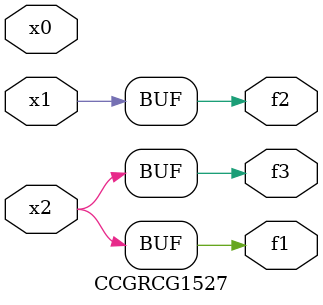
<source format=v>
module CCGRCG1527(
	input x0, x1, x2,
	output f1, f2, f3
);
	assign f1 = x2;
	assign f2 = x1;
	assign f3 = x2;
endmodule

</source>
